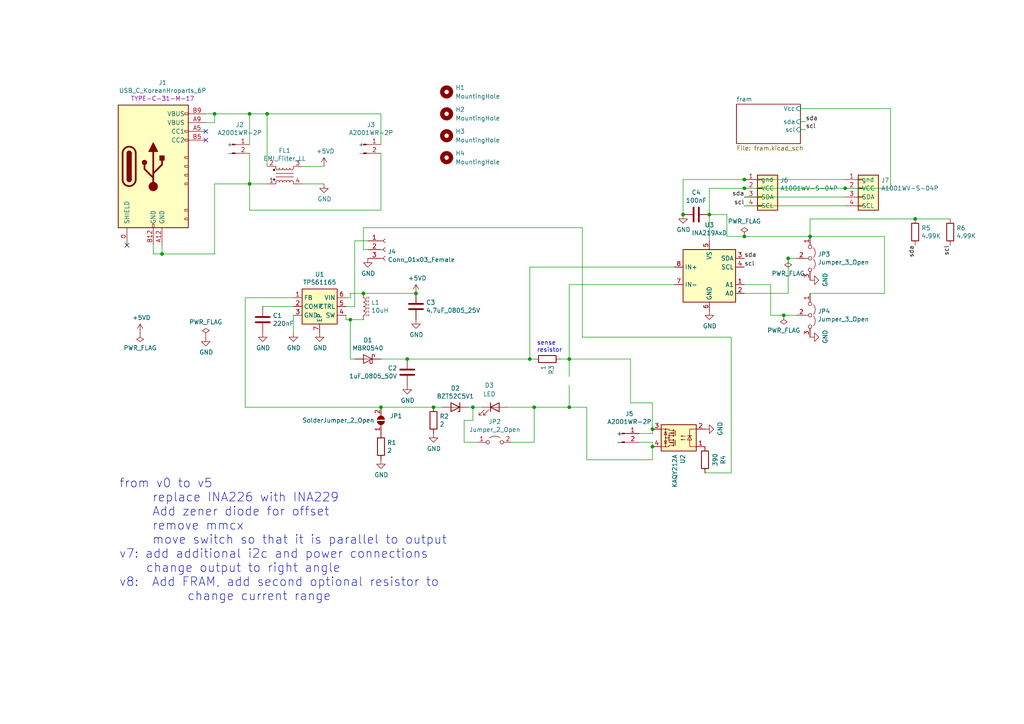
<source format=kicad_sch>
(kicad_sch (version 20211123) (generator eeschema)
  (paper "A4")
  (lib_symbols
    (symbol "0JLC-6:1" (pin_numbers hide) (pin_names (offset 0))
      (property "Reference" "R" (at 2.032 0 90))
      (property "Value" "1" (at 0 0 90))
      (symbol "1_0_1"
        (rectangle (start -1.016 -2.54) (end 1.016 2.54) (stroke (width 0.254)))
      )
      (symbol "1_1_1"
        (pin passive line (at 0 3.81 270) (length 1.27) (name "~") (number "1"))
        (pin passive line (at 0 -3.81 90) (length 1.27) (name "~") (number "2"))
      )
    )
    (symbol "0JLC-6:100nF" (pin_numbers hide) (pin_names (offset 0.254))
      (property "Reference" "C" (at 0.635 2.54 0))
      (property "Value" "100nF" (at 0.635 -2.54 0))
      (symbol "100nF_0_1"
        (polyline (pts (xy -2.032 -0.762) (xy 2.032 -0.762)) (stroke (width 0.508)))
        (polyline (pts (xy -2.032 0.762) (xy 2.032 0.762)) (stroke (width 0.508)))
      )
      (symbol "100nF_1_1"
        (pin passive line (at 0 3.81 270) (length 2.794) (name "~") (number "1"))
        (pin passive line (at 0 -3.81 90) (length 2.794) (name "~") (number "2"))
      )
    )
    (symbol "0JLC-6:10uH_power" (pin_numbers hide) (pin_names (offset 1.016) hide)
      (property "Reference" "L" (at -1.27 0 90))
      (property "Value" "10uH_power" (at 2.794 0 90))
      (symbol "10uH_power_0_1"
        (arc (start 0 -2.54) (mid 0.635 -1.905) (end 0 -1.27))
        (arc (start 0 -1.27) (mid 0.635 -0.635) (end 0 0))
        (polyline (pts (xy 1.016 -2.794) (xy 1.016 -2.286)))
        (polyline (pts (xy 1.016 -1.778) (xy 1.016 -1.27)))
        (polyline (pts (xy 1.016 -0.762) (xy 1.016 -0.254)))
        (polyline (pts (xy 1.016 0.254) (xy 1.016 0.762)))
        (polyline (pts (xy 1.016 1.27) (xy 1.016 1.778)))
        (polyline (pts (xy 1.016 2.286) (xy 1.016 2.794)))
        (polyline (pts (xy 1.524 -2.286) (xy 1.524 -2.794)))
        (polyline (pts (xy 1.524 -1.27) (xy 1.524 -1.778)))
        (polyline (pts (xy 1.524 -0.254) (xy 1.524 -0.762)))
        (polyline (pts (xy 1.524 0.762) (xy 1.524 0.254)))
        (polyline (pts (xy 1.524 1.778) (xy 1.524 1.27)))
        (polyline (pts (xy 1.524 2.794) (xy 1.524 2.286)))
        (arc (start 0 0) (mid 0.635 0.635) (end 0 1.27))
        (arc (start 0 1.27) (mid 0.635 1.905) (end 0 2.54))
      )
      (symbol "10uH_power_1_1"
        (pin passive line (at 0 3.81 270) (length 1.27) (name "1") (number "1"))
        (pin passive line (at 0 -3.81 90) (length 1.27) (name "2") (number "2"))
      )
    )
    (symbol "0JLC-6:1uF_0805_50V" (pin_numbers hide) (pin_names (offset 0.254))
      (property "Reference" "C" (at 0.635 2.54 0))
      (property "Value" "1uF_0805_50V" (at 0.635 -2.54 0))
      (symbol "1uF_0805_50V_0_1"
        (polyline (pts (xy -2.032 -0.762) (xy 2.032 -0.762)) (stroke (width 0.508)))
        (polyline (pts (xy -2.032 0.762) (xy 2.032 0.762)) (stroke (width 0.508)))
      )
      (symbol "1uF_0805_50V_1_1"
        (pin passive line (at 0 3.81 270) (length 2.794) (name "~") (number "1"))
        (pin passive line (at 0 -3.81 90) (length 2.794) (name "~") (number "2"))
      )
    )
    (symbol "0JLC-6:220nF" (pin_numbers hide) (pin_names (offset 0.254))
      (property "Reference" "C" (at 0.635 2.54 0))
      (property "Value" "220nF" (at 0.635 -2.54 0))
      (symbol "220nF_0_1"
        (polyline (pts (xy -2.032 -0.762) (xy 2.032 -0.762)) (stroke (width 0.508)))
        (polyline (pts (xy -2.032 0.762) (xy 2.032 0.762)) (stroke (width 0.508)))
      )
      (symbol "220nF_1_1"
        (pin passive line (at 0 3.81 270) (length 2.794) (name "~") (number "1"))
        (pin passive line (at 0 -3.81 90) (length 2.794) (name "~") (number "2"))
      )
    )
    (symbol "0JLC-6:390" (pin_numbers hide) (pin_names (offset 0))
      (property "Reference" "R" (at 2.032 0 90))
      (property "Value" "390" (at 0 0 90))
      (symbol "390_0_1"
        (rectangle (start -1.016 -2.54) (end 1.016 2.54) (stroke (width 0.254)))
      )
      (symbol "390_1_1"
        (pin passive line (at 0 3.81 270) (length 1.27) (name "~") (number "1"))
        (pin passive line (at 0 -3.81 90) (length 1.27) (name "~") (number "2"))
      )
    )
    (symbol "0JLC-6:4.7uF_0805_25V" (pin_numbers hide) (pin_names (offset 0.254))
      (property "Reference" "C" (at 0.635 2.54 0))
      (property "Value" "4.7uF_0805_25V" (at 0.635 -2.54 0))
      (symbol "4.7uF_0805_25V_0_1"
        (polyline (pts (xy -2.032 -0.762) (xy 2.032 -0.762)) (stroke (width 0.508)))
        (polyline (pts (xy -2.032 0.762) (xy 2.032 0.762)) (stroke (width 0.508)))
      )
      (symbol "4.7uF_0805_25V_1_1"
        (pin passive line (at 0 3.81 270) (length 2.794) (name "~") (number "1"))
        (pin passive line (at 0 -3.81 90) (length 2.794) (name "~") (number "2"))
      )
    )
    (symbol "0JLC-6:4.99K" (pin_numbers hide) (pin_names (offset 0))
      (property "Reference" "R" (at 2.032 0 90))
      (property "Value" "4.99K" (at 0 0 90))
      (symbol "4.99K_0_1"
        (rectangle (start -1.016 -2.54) (end 1.016 2.54) (stroke (width 0.254)))
      )
      (symbol "4.99K_1_1"
        (pin passive line (at 0 3.81 270) (length 1.27) (name "~") (number "1"))
        (pin passive line (at 0 -3.81 90) (length 1.27) (name "~") (number "2"))
      )
    )
    (symbol "0JLC-6:EMI_Filter_LL_1423_250uH" (pin_names hide)
      (property "Reference" "FL" (at 0 4.445 0))
      (property "Value" "EMI_Filter_LL_1423_250uH" (at 0 -4.445 0))
      (property "LCSC" "C261394" (at 0 0 0))
      (property "Field5" "CYSTF0805TL-251Y" (at 0 0 0))
      (symbol "EMI_Filter_LL_1423_250uH_0_1"
        (circle (center -3.048 -1.27) (radius 0.254) (fill (type outline)))
        (circle (center -3.048 1.524) (radius 0.254) (fill (type outline)))
        (arc (start -2.54 2.032) (mid -2.032 1.524) (end -1.524 2.032))
        (arc (start -1.524 -2.032) (mid -2.032 -1.524) (end -2.54 -2.032))
        (arc (start -1.524 2.032) (mid -1.016 1.524) (end -0.508 2.032))
        (arc (start -0.508 -2.032) (mid -1.016 -1.524) (end -1.524 -2.032))
        (arc (start -0.508 2.032) (mid 0 1.524) (end 0.508 2.032))
        (polyline (pts (xy -2.54 -2.032) (xy -2.54 -2.54)))
        (polyline (pts (xy -2.54 0.508) (xy 2.54 0.508)))
        (polyline (pts (xy -2.54 2.032) (xy -2.54 2.54)))
        (polyline (pts (xy 2.54 -2.032) (xy 2.54 -2.54)))
        (polyline (pts (xy 2.54 -0.508) (xy -2.54 -0.508)))
        (polyline (pts (xy 2.54 2.54) (xy 2.54 2.032)))
        (arc (start 0.508 -2.032) (mid 0 -1.524) (end -0.508 -2.032))
        (arc (start 0.508 2.032) (mid 1.016 1.524) (end 1.524 2.032))
        (arc (start 1.524 -2.032) (mid 1.016 -1.524) (end 0.508 -2.032))
        (arc (start 1.524 2.032) (mid 2.032 1.524) (end 2.54 2.032))
        (arc (start 2.54 -2.032) (mid 2.032 -1.524) (end 1.524 -2.032))
      )
      (symbol "EMI_Filter_LL_1423_250uH_1_1"
        (pin passive line (at -5.08 -2.54 0) (length 2.54) (name "1") (number "1"))
        (pin passive line (at -5.08 2.54 0) (length 2.54) (name "2") (number "2"))
        (pin passive line (at 5.08 2.54 180) (length 2.54) (name "3") (number "3"))
        (pin passive line (at 5.08 -2.54 180) (length 2.54) (name "4") (number "4"))
      )
    )
    (symbol "0JLC-6:JST-B2B-PH" (pin_names (offset 1.016))
      (property "Reference" "J" (at 0 2.54 0))
      (property "Value" "JST-B2B-PH" (at 0 -5.08 0))
      (symbol "JST-B2B-PH_1_1"
        (polyline (pts (xy 1.27 -2.54) (xy 0.8636 -2.54)) (stroke (width 0.1524)))
        (polyline (pts (xy 1.27 0) (xy 0.8636 0)) (stroke (width 0.1524)))
        (rectangle (start 0.8636 -2.413) (end 0 -2.667) (stroke (width 0.1524)) (fill (type outline)))
        (rectangle (start 0.8636 0.127) (end 0 -0.127) (stroke (width 0.1524)) (fill (type outline)))
        (pin passive line (at 5.08 0 180) (length 3.81) (name "+") (number "1"))
        (pin passive line (at 5.08 -2.54 180) (length 3.81) (name "-") (number "2"))
      )
    )
    (symbol "0JLC-6:JST_SH_Conn_01x04_i2c_horizontal" (pin_names (offset 1.016))
      (property "Reference" "J" (at 0 5.08 0))
      (property "Value" "JST_SH_Conn_01x04_i2c_horizontal" (at 0 -7.62 0))
      (symbol "JST_SH_Conn_01x04_i2c_horizontal_1_1"
        (rectangle (start -1.27 -4.953) (end 0 -5.207) (stroke (width 0.1524)))
        (rectangle (start -1.27 -2.413) (end 0 -2.667) (stroke (width 0.1524)))
        (rectangle (start -1.27 0.127) (end 0 -0.127) (stroke (width 0.1524)))
        (rectangle (start -1.27 2.667) (end 0 2.413) (stroke (width 0.1524)))
        (rectangle (start -1.27 3.81) (end 4.572 -6.35) (stroke (width 0.254)) (fill (type background)))
        (pin passive line (at -5.08 2.54 0) (length 3.81) (name "gnd") (number "1"))
        (pin passive line (at -5.08 0 0) (length 3.81) (name "VCC") (number "2"))
        (pin passive line (at -5.08 -2.54 0) (length 3.81) (name "SDA") (number "3"))
        (pin passive line (at -5.08 -5.08 0) (length 3.81) (name "SCL") (number "4"))
      )
    )
    (symbol "0JLC-6:KAQY212A"
      (property "Reference" "U" (at -5.08 5.08 0))
      (property "Value" "KAQY212A" (at 0 5.08 0))
      (symbol "KAQY212A_0_1"
        (rectangle (start -5.08 3.81) (end 5.08 -3.81) (stroke (width 0.254)) (fill (type background)))
        (polyline (pts (xy -3.81 -0.635) (xy -2.54 -0.635)))
        (polyline (pts (xy 1.016 -0.635) (xy 1.016 -2.159)) (stroke (width 0.2032)))
        (polyline (pts (xy 1.016 2.159) (xy 1.016 0.635)) (stroke (width 0.2032)))
        (polyline (pts (xy 1.524 -0.508) (xy 1.524 -0.762)) (stroke (width 0.3556)))
        (polyline (pts (xy 2.794 0) (xy 3.81 0)))
        (polyline (pts (xy 3.429 -1.651) (xy 4.191 -1.651)))
        (polyline (pts (xy 3.429 1.651) (xy 4.191 1.651)))
        (polyline (pts (xy 3.81 -2.54) (xy 3.81 2.54)))
        (polyline (pts (xy 1.524 -2.032) (xy 1.524 -2.286) (xy 1.524 -2.286)) (stroke (width 0.3556)))
        (polyline (pts (xy 1.524 -1.27) (xy 1.524 -1.524) (xy 1.524 -1.524)) (stroke (width 0.3556)))
        (polyline (pts (xy 1.524 0.762) (xy 1.524 0.508) (xy 1.524 0.508)) (stroke (width 0.3556)))
        (polyline (pts (xy 1.524 1.524) (xy 1.524 1.27) (xy 1.524 1.27)) (stroke (width 0.3556)))
        (polyline (pts (xy 1.524 2.286) (xy 1.524 2.032) (xy 1.524 2.032)) (stroke (width 0.3556)))
        (polyline (pts (xy 1.651 -1.397) (xy 2.794 -1.397) (xy 2.794 -0.635)))
        (polyline (pts (xy 1.651 1.397) (xy 2.794 1.397) (xy 2.794 0.635)))
        (polyline (pts (xy -5.08 2.54) (xy -3.175 2.54) (xy -3.175 -2.54) (xy -5.08 -2.54)))
        (polyline (pts (xy -3.175 -0.635) (xy -3.81 0.635) (xy -2.54 0.635) (xy -3.175 -0.635)))
        (polyline (pts (xy 1.651 -2.159) (xy 2.794 -2.159) (xy 2.794 -2.54) (xy 5.08 -2.54)))
        (polyline (pts (xy 1.651 -0.635) (xy 2.794 -0.635) (xy 2.794 0.635) (xy 1.651 0.635)))
        (polyline (pts (xy 1.651 2.159) (xy 2.794 2.159) (xy 2.794 2.54) (xy 5.08 2.54)))
        (polyline (pts (xy 1.778 -1.397) (xy 2.286 -1.27) (xy 2.286 -1.524) (xy 1.778 -1.397)))
        (polyline (pts (xy 1.778 1.397) (xy 2.286 1.524) (xy 2.286 1.27) (xy 1.778 1.397)))
        (polyline (pts (xy 3.81 -1.651) (xy 3.429 -0.889) (xy 4.191 -0.889) (xy 3.81 -1.651)))
        (polyline (pts (xy 3.81 1.651) (xy 3.429 0.889) (xy 4.191 0.889) (xy 3.81 1.651)))
        (polyline (pts (xy -1.905 -0.508) (xy -0.635 -0.508) (xy -1.016 -0.635) (xy -1.016 -0.381) (xy -0.635 -0.508)))
        (polyline (pts (xy -1.905 0.508) (xy -0.635 0.508) (xy -1.016 0.381) (xy -1.016 0.635) (xy -0.635 0.508)))
        (circle (center 2.794 -0.635) (radius 0.127))
        (circle (center 2.794 0) (radius 0.127))
        (circle (center 2.794 0.635) (radius 0.127))
        (circle (center 3.81 -2.54) (radius 0.127))
        (circle (center 3.81 0) (radius 0.127))
        (circle (center 3.81 2.54) (radius 0.127))
      )
      (symbol "KAQY212A_1_1"
        (pin passive line (at -7.62 2.54 0) (length 2.54) (name "~") (number "1"))
        (pin passive line (at -7.62 -2.54 0) (length 2.54) (name "~") (number "2"))
        (pin passive line (at 7.62 -2.54 180) (length 2.54) (name "~") (number "3"))
        (pin passive line (at 7.62 2.54 180) (length 2.54) (name "~") (number "4"))
      )
    )
    (symbol "0JLC-6:MBR0540" (pin_numbers hide) (pin_names (offset 1.016) hide)
      (property "Reference" "D" (at 0 2.54 0))
      (property "Value" "MBR0540" (at 0 -2.54 0))
      (symbol "MBR0540_0_1"
        (polyline (pts (xy 1.27 0) (xy -1.27 0)))
        (polyline (pts (xy 1.27 1.27) (xy 1.27 -1.27) (xy -1.27 0) (xy 1.27 1.27)) (stroke (width 0.2032)))
        (polyline (pts (xy -1.905 0.635) (xy -1.905 1.27) (xy -1.27 1.27) (xy -1.27 -1.27) (xy -0.635 -1.27) (xy -0.635 -0.635)) (stroke (width 0.2032)))
      )
      (symbol "MBR0540_1_1"
        (pin passive line (at -3.81 0 0) (length 2.54) (name "K") (number "1"))
        (pin passive line (at 3.81 0 180) (length 2.54) (name "A") (number "2"))
      )
    )
    (symbol "0JLC-6:TPS61165_WSON"
      (property "Reference" "U" (at -5.08 6.35 0))
      (property "Value" "TPS61165_WSON" (at 0 6.35 0))
      (symbol "TPS61165_WSON_0_1"
        (rectangle (start -5.08 5.08) (end 5.08 -5.08) (stroke (width 0.254)) (fill (type background)))
      )
      (symbol "TPS61165_WSON_1_1"
        (pin bidirectional line (at -7.62 2.54 0) (length 2.54) (name "FB") (number "1"))
        (pin passive line (at -7.62 0 0) (length 2.54) (name "COMP") (number "2"))
        (pin power_in line (at -7.62 -2.54 0) (length 2.54) (name "GND") (number "3"))
        (pin bidirectional line (at 7.62 -2.54 180) (length 2.54) (name "SW") (number "4"))
        (pin input line (at 7.62 0 180) (length 2.54) (name "CTRL") (number "5"))
        (pin input line (at 7.62 2.54 180) (length 2.54) (name "VIN") (number "6"))
        (pin power_in line (at 0 -7.62 90) (length 2.54) (name "EP") (number "7"))
      )
    )
    (symbol "0JLC-6:USB_C_KoreanHroparts_6P" (pin_names (offset 1.016))
      (property "Reference" "J" (at -10.16 19.05 0))
      (property "Value" "USB_C_KoreanHroparts_6P" (at 19.05 19.05 0))
      (property "MPN" "TYPE-C-31-M-17" (at 0 0 0))
      (symbol "USB_C_KoreanHroparts_6P_0_0"
        (rectangle (start -0.254 -17.78) (end 0.254 -16.764))
        (rectangle (start 10.16 -14.986) (end 9.144 -15.494))
        (rectangle (start 10.16 -12.446) (end 9.144 -12.954))
        (rectangle (start 10.16 -4.826) (end 9.144 -5.334))
        (rectangle (start 10.16 -2.286) (end 9.144 -2.794))
        (rectangle (start 10.16 0.254) (end 9.144 -0.254))
        (rectangle (start 10.16 2.794) (end 9.144 2.286))
        (rectangle (start 10.16 7.874) (end 9.144 7.366))
        (rectangle (start 10.16 10.414) (end 9.144 9.906))
        (rectangle (start 10.16 15.494) (end 9.144 14.986))
      )
      (symbol "USB_C_KoreanHroparts_6P_0_1"
        (rectangle (start -10.16 17.78) (end 10.16 -17.78) (stroke (width 0.254)) (fill (type background)))
        (arc (start -8.89 -3.81) (mid -6.985 -5.715) (end -5.08 -3.81) (stroke (width 0.508)))
        (arc (start -7.62 -3.81) (mid -6.985 -4.445) (end -6.35 -3.81) (stroke (width 0.254)))
        (arc (start -7.62 -3.81) (mid -6.985 -4.445) (end -6.35 -3.81) (stroke (width 0.254)) (fill (type outline)))
        (rectangle (start -7.62 -3.81) (end -6.35 3.81) (stroke (width 0.254)) (fill (type outline)))
        (arc (start -6.35 3.81) (mid -6.985 4.445) (end -7.62 3.81) (stroke (width 0.254)))
        (arc (start -6.35 3.81) (mid -6.985 4.445) (end -7.62 3.81) (stroke (width 0.254)) (fill (type outline)))
        (arc (start -5.08 3.81) (mid -6.985 5.715) (end -8.89 3.81) (stroke (width 0.508)))
        (circle (center -2.54 1.143) (radius 0.635) (stroke (width 0.254)) (fill (type outline)))
        (circle (center 0 -5.842) (radius 1.27) (fill (type outline)))
        (polyline (pts (xy -8.89 -3.81) (xy -8.89 3.81)) (stroke (width 0.508)))
        (polyline (pts (xy -5.08 3.81) (xy -5.08 -3.81)) (stroke (width 0.508)))
        (polyline (pts (xy 0 -5.842) (xy 0 4.318)) (stroke (width 0.508)))
        (polyline (pts (xy 0 -3.302) (xy -2.54 -0.762) (xy -2.54 0.508)) (stroke (width 0.508)))
        (polyline (pts (xy 0 -2.032) (xy 2.54 0.508) (xy 2.54 1.778)) (stroke (width 0.508)))
        (polyline (pts (xy -1.27 4.318) (xy 0 6.858) (xy 1.27 4.318) (xy -1.27 4.318)) (stroke (width 0.254)) (fill (type outline)))
        (rectangle (start 1.905 1.778) (end 3.175 3.048) (stroke (width 0.254)) (fill (type outline)))
      )
      (symbol "USB_C_KoreanHroparts_6P_1_1"
        (pin passive line (at -7.62 -22.86 90) (length 5.08) (name "SHIELD") (number "0"))
        (pin passive line (at 2.54 -22.86 90) (length 5.08) (name "GND") (number "A12"))
        (pin bidirectional line (at 15.24 10.16 180) (length 5.08) (name "CC1") (number "A5"))
        (pin power_out line (at 15.24 12.7 180) (length 5.08) (name "VBUS") (number "A9"))
        (pin passive line (at 0 -22.86 90) (length 5.08) (name "GND") (number "B12"))
        (pin bidirectional line (at 15.24 7.62 180) (length 5.08) (name "CC2") (number "B5"))
        (pin power_out line (at 15.24 15.24 180) (length 5.08) (name "VBUS") (number "B9"))
      )
    )
    (symbol "Analog_ADC:INA219AxD"
      (property "Reference" "U" (at -6.35 8.89 0))
      (property "Value" "INA219AxD" (at 5.08 8.89 0))
      (symbol "INA219AxD_0_1"
        (rectangle (start -7.62 7.62) (end 7.62 -7.62) (stroke (width 0.254)) (fill (type background)))
      )
      (symbol "INA219AxD_1_1"
        (pin input line (at 10.16 -2.54 180) (length 2.54) (name "A1") (number "1"))
        (pin input line (at 10.16 -5.08 180) (length 2.54) (name "A0") (number "2"))
        (pin bidirectional line (at 10.16 5.08 180) (length 2.54) (name "SDA") (number "3"))
        (pin input line (at 10.16 2.54 180) (length 2.54) (name "SCL") (number "4"))
        (pin power_in line (at 0 10.16 270) (length 2.54) (name "VS") (number "5"))
        (pin power_in line (at 0 -10.16 90) (length 2.54) (name "GND") (number "6"))
        (pin input line (at -10.16 -2.54 0) (length 2.54) (name "IN-") (number "7"))
        (pin input line (at -10.16 2.54 0) (length 2.54) (name "IN+") (number "8"))
      )
    )
    (symbol "Connector:Conn_01x03_Female" (pin_names (offset 1.016) hide)
      (property "Reference" "J" (at 0 5.08 0))
      (property "Value" "Conn_01x03_Female" (at 0 -5.08 0))
      (symbol "Conn_01x03_Female_1_1"
        (arc (start 0 -2.032) (mid -0.508 -2.54) (end 0 -3.048) (stroke (width 0.1524)))
        (polyline (pts (xy -1.27 -2.54) (xy -0.508 -2.54)) (stroke (width 0.1524)))
        (polyline (pts (xy -1.27 0) (xy -0.508 0)) (stroke (width 0.1524)))
        (polyline (pts (xy -1.27 2.54) (xy -0.508 2.54)) (stroke (width 0.1524)))
        (arc (start 0 0.508) (mid -0.508 0) (end 0 -0.508) (stroke (width 0.1524)))
        (arc (start 0 3.048) (mid -0.508 2.54) (end 0 2.032) (stroke (width 0.1524)))
        (pin passive line (at -5.08 2.54 0) (length 3.81) (name "Pin_1") (number "1"))
        (pin passive line (at -5.08 0 0) (length 3.81) (name "Pin_2") (number "2"))
        (pin passive line (at -5.08 -2.54 0) (length 3.81) (name "Pin_3") (number "3"))
      )
    )
    (symbol "Device:LED" (pin_numbers hide) (pin_names (offset 1.016) hide)
      (property "Reference" "D" (at 0 2.54 0))
      (property "Value" "LED" (at 0 -2.54 0))
      (symbol "LED_0_1"
        (polyline (pts (xy -1.27 -1.27) (xy -1.27 1.27)) (stroke (width 0.254)))
        (polyline (pts (xy -1.27 0) (xy 1.27 0)))
        (polyline (pts (xy 1.27 -1.27) (xy 1.27 1.27) (xy -1.27 0) (xy 1.27 -1.27)) (stroke (width 0.254)))
        (polyline (pts (xy -3.048 -0.762) (xy -4.572 -2.286) (xy -3.81 -2.286) (xy -4.572 -2.286) (xy -4.572 -1.524)))
        (polyline (pts (xy -1.778 -0.762) (xy -3.302 -2.286) (xy -2.54 -2.286) (xy -3.302 -2.286) (xy -3.302 -1.524)))
      )
      (symbol "LED_1_1"
        (pin passive line (at -3.81 0 0) (length 2.54) (name "K") (number "1"))
        (pin passive line (at 3.81 0 180) (length 2.54) (name "A") (number "2"))
      )
    )
    (symbol "Diode:BZT52Bxx" (pin_numbers hide) (pin_names hide)
      (property "Reference" "D" (at 0 2.54 0))
      (property "Value" "BZT52Bxx" (at 0 -2.54 0))
      (symbol "BZT52Bxx_0_1"
        (polyline (pts (xy 1.27 0) (xy -1.27 0)))
        (polyline (pts (xy -1.27 -1.27) (xy -1.27 1.27) (xy -0.762 1.27)) (stroke (width 0.254)))
        (polyline (pts (xy 1.27 -1.27) (xy 1.27 1.27) (xy -1.27 0) (xy 1.27 -1.27)) (stroke (width 0.254)))
      )
      (symbol "BZT52Bxx_1_1"
        (pin passive line (at -3.81 0 0) (length 2.54) (name "K") (number "1"))
        (pin passive line (at 3.81 0 180) (length 2.54) (name "A") (number "2"))
      )
    )
    (symbol "Jumper:Jumper_2_Open" (pin_names (offset 0) hide)
      (property "Reference" "JP" (at 0 2.794 0))
      (property "Value" "Jumper_2_Open" (at 0 -2.286 0))
      (symbol "Jumper_2_Open_0_0"
        (circle (center -2.032 0) (radius 0.508))
        (circle (center 2.032 0) (radius 0.508))
      )
      (symbol "Jumper_2_Open_0_1"
        (arc (start 1.524 1.27) (mid 0 1.778) (end -1.524 1.27))
      )
      (symbol "Jumper_2_Open_1_1"
        (pin passive line (at -5.08 0 0) (length 2.54) (name "A") (number "1"))
        (pin passive line (at 5.08 0 180) (length 2.54) (name "B") (number "2"))
      )
    )
    (symbol "Jumper:Jumper_3_Open" (pin_names (offset 0) hide)
      (property "Reference" "JP" (at -2.54 -2.54 0))
      (property "Value" "Jumper_3_Open" (at 0 2.794 0))
      (symbol "Jumper_3_Open_0_0"
        (circle (center -3.302 0) (radius 0.508))
        (circle (center 0 0) (radius 0.508))
        (circle (center 3.302 0) (radius 0.508))
      )
      (symbol "Jumper_3_Open_0_1"
        (arc (start -0.254 1.016) (mid -1.651 1.4992) (end -3.048 1.016))
        (polyline (pts (xy 0 -0.508) (xy 0 -1.27)))
        (arc (start 3.048 1.016) (mid 1.651 1.4992) (end 0.254 1.016))
      )
      (symbol "Jumper_3_Open_1_1"
        (pin passive line (at -6.35 0 0) (length 2.54) (name "A") (number "1"))
        (pin passive line (at 0 -3.81 90) (length 2.54) (name "C") (number "2"))
        (pin passive line (at 6.35 0 180) (length 2.54) (name "B") (number "3"))
      )
    )
    (symbol "Jumper:SolderJumper_2_Open" (pin_names (offset 0) hide)
      (property "Reference" "JP" (at 0 2.032 0))
      (property "Value" "SolderJumper_2_Open" (at 0 -2.54 0))
      (symbol "SolderJumper_2_Open_0_1"
        (arc (start -0.254 1.016) (mid -1.27 0) (end -0.254 -1.016))
        (arc (start -0.254 1.016) (mid -1.27 0) (end -0.254 -1.016) (fill (type outline)))
        (polyline (pts (xy -0.254 1.016) (xy -0.254 -1.016)))
        (polyline (pts (xy 0.254 1.016) (xy 0.254 -1.016)))
        (arc (start 0.254 -1.016) (mid 1.27 0) (end 0.254 1.016))
        (arc (start 0.254 -1.016) (mid 1.27 0) (end 0.254 1.016) (fill (type outline)))
      )
      (symbol "SolderJumper_2_Open_1_1"
        (pin passive line (at -3.81 0 0) (length 2.54) (name "A") (number "1"))
        (pin passive line (at 3.81 0 180) (length 2.54) (name "B") (number "2"))
      )
    )
    (symbol "Mechanical:MountingHole" (pin_names (offset 1.016))
      (property "Reference" "H" (at 0 5.08 0))
      (property "Value" "MountingHole" (at 0 3.175 0))
      (symbol "MountingHole_0_1"
        (circle (center 0 0) (radius 1.27) (stroke (width 1.27)))
      )
    )
    (symbol "power:+5VD" (power) (pin_names (offset 0))
      (property "Value" "+5VD" (at 0 3.556 0))
      (symbol "+5VD_0_1"
        (polyline (pts (xy -0.762 1.27) (xy 0 2.54)))
        (polyline (pts (xy 0 0) (xy 0 2.54)))
        (polyline (pts (xy 0 2.54) (xy 0.762 1.27)))
      )
      (symbol "+5VD_1_1"
        (pin power_in line (at 0 0 90) (length 0) hide (name "+5VD") (number "1"))
      )
    )
    (symbol "power:GND" (power) (pin_names (offset 0))
      (property "Value" "GND" (at 0 -3.81 0))
      (symbol "GND_0_1"
        (polyline (pts (xy 0 0) (xy 0 -1.27) (xy 1.27 -1.27) (xy 0 -2.54) (xy -1.27 -1.27) (xy 0 -1.27)))
      )
      (symbol "GND_1_1"
        (pin power_in line (at 0 0 270) (length 0) hide (name "GND") (number "1"))
      )
    )
    (symbol "power:PWR_FLAG" (power) (pin_numbers hide) (pin_names (offset 0) hide)
      (property "Value" "PWR_FLAG" (at 0 3.81 0))
      (symbol "PWR_FLAG_0_0"
        (pin power_out line (at 0 0 90) (length 0) (name "pwr") (number "1"))
      )
      (symbol "PWR_FLAG_0_1"
        (polyline (pts (xy 0 0) (xy 0 1.27) (xy -1.016 1.905) (xy 0 2.54) (xy 1.016 1.905) (xy 0 1.27)))
      )
    )
  )
  (junction (at 72.39 33.02))
  (junction (at 215.9 68.58))
  (junction (at 165.1 118.11))
  (junction (at 137.16 118.11))
  (junction (at 165.1 104.14))
  (junction (at 234.95 68.58))
  (junction (at 154.94 118.11))
  (junction (at 105.41 85.09))
  (junction (at 72.39 53.34))
  (junction (at 189.23 129.54))
  (junction (at 228.6 74.93))
  (junction (at 215.9 54.61))
  (junction (at 227.33 91.44))
  (junction (at 101.6 92.71))
  (junction (at 77.47 33.02))
  (junction (at 62.23 33.02))
  (junction (at 205.74 62.23))
  (junction (at 120.65 85.09))
  (junction (at 198.12 62.23))
  (junction (at 110.49 118.11))
  (junction (at 189.23 124.46))
  (junction (at 46.99 73.66))
  (junction (at 215.9 52.07))
  (junction (at 118.11 104.14))
  (junction (at 125.73 118.11))
  (junction (at 245.11 54.61))
  (junction (at 153.67 104.14))
  (junction (at 265.43 63.5))
  (no_connect (at 59.69 38.1))
  (no_connect (at 36.83 71.12))
  (no_connect (at 59.69 40.64))
  (wire (pts (xy 223.52 91.44) (xy 223.52 82.55)))
  (wire (pts (xy 125.73 118.11) (xy 128.27 118.11)))
  (wire (pts (xy 153.67 77.47) (xy 153.67 104.14)))
  (wire (pts (xy 170.18 118.11) (xy 165.1 118.11)))
  (wire (pts (xy 182.88 116.84) (xy 182.88 104.14)))
  (wire (pts (xy 105.41 72.39) (xy 105.41 66.04)))
  (wire (pts (xy 162.56 104.14) (xy 165.1 104.14)))
  (wire (pts (xy 223.52 82.55) (xy 215.9 82.55)))
  (wire (pts (xy 165.1 111.76) (xy 165.1 118.11)))
  (wire (pts (xy 72.39 33.02) (xy 77.47 33.02)))
  (wire (pts (xy 100.33 91.44) (xy 100.33 92.71)))
  (wire (pts (xy 72.39 60.96) (xy 72.39 53.34)))
  (wire (pts (xy 110.49 44.45) (xy 110.49 60.96)))
  (wire (pts (xy 102.87 69.85) (xy 102.87 88.9)))
  (wire (pts (xy 101.6 86.36) (xy 101.6 85.09)))
  (wire (pts (xy 85.09 86.36) (xy 71.12 86.36)))
  (wire (pts (xy 215.9 54.61) (xy 245.11 54.61)))
  (wire (pts (xy 87.63 48.26) (xy 93.98 48.26)))
  (wire (pts (xy 215.9 59.69) (xy 245.11 59.69)))
  (wire (pts (xy 118.11 104.14) (xy 153.67 104.14)))
  (wire (pts (xy 77.47 33.02) (xy 77.47 48.26)))
  (wire (pts (xy 154.94 128.27) (xy 154.94 118.11)))
  (wire (pts (xy 148.59 128.27) (xy 154.94 128.27)))
  (wire (pts (xy 232.156 31.496) (xy 258.318 31.496)))
  (wire (pts (xy 100.33 86.36) (xy 101.6 86.36)))
  (wire (pts (xy 46.99 73.66) (xy 62.23 73.66)))
  (wire (pts (xy 165.1 109.22) (xy 165.1 104.14)))
  (wire (pts (xy 137.16 121.92) (xy 137.16 118.11)))
  (wire (pts (xy 135.89 118.11) (xy 137.16 118.11)))
  (wire (pts (xy 118.11 104.14) (xy 110.49 104.14)))
  (wire (pts (xy 62.23 33.02) (xy 72.39 33.02)))
  (wire (pts (xy 105.41 66.04) (xy 168.91 66.04)))
  (wire (pts (xy 168.91 97.79) (xy 168.91 66.04)))
  (wire (pts (xy 110.49 60.96) (xy 72.39 60.96)))
  (wire (pts (xy 110.49 33.02) (xy 77.47 33.02)))
  (wire (pts (xy 215.9 68.58) (xy 210.82 68.58)))
  (wire (pts (xy 62.23 35.56) (xy 62.23 33.02)))
  (wire (pts (xy 212.09 137.16) (xy 212.09 97.79)))
  (wire (pts (xy 198.12 52.07) (xy 215.9 52.07)))
  (wire (pts (xy 185.42 128.27) (xy 189.23 128.27)))
  (wire (pts (xy 215.9 52.07) (xy 245.11 52.07)))
  (wire (pts (xy 232.156 37.592) (xy 233.68 37.592)))
  (wire (pts (xy 228.6 74.93) (xy 231.14 74.93)))
  (wire (pts (xy 215.9 54.61) (xy 205.74 54.61)))
  (wire (pts (xy 153.67 104.14) (xy 154.94 104.14)))
  (wire (pts (xy 189.23 128.27) (xy 189.23 129.54)))
  (wire (pts (xy 102.87 69.85) (xy 106.68 69.85)))
  (wire (pts (xy 154.94 118.11) (xy 165.1 118.11)))
  (wire (pts (xy 228.6 85.09) (xy 215.9 85.09)))
  (wire (pts (xy 198.12 52.07) (xy 198.12 62.23)))
  (wire (pts (xy 71.12 118.11) (xy 110.49 118.11)))
  (wire (pts (xy 205.74 54.61) (xy 205.74 62.23)))
  (wire (pts (xy 87.63 53.34) (xy 93.98 53.34)))
  (wire (pts (xy 189.23 129.54) (xy 189.23 133.35)))
  (wire (pts (xy 138.43 128.27) (xy 134.62 128.27)))
  (wire (pts (xy 234.95 68.58) (xy 215.9 68.58)))
  (wire (pts (xy 106.68 72.39) (xy 105.41 72.39)))
  (wire (pts (xy 44.45 73.66) (xy 46.99 73.66)))
  (wire (pts (xy 227.33 91.44) (xy 223.52 91.44)))
  (wire (pts (xy 170.18 133.35) (xy 170.18 118.11)))
  (wire (pts (xy 153.67 77.47) (xy 195.58 77.47)))
  (wire (pts (xy 101.6 92.71) (xy 105.41 92.71)))
  (wire (pts (xy 85.09 91.44) (xy 85.09 96.52)))
  (wire (pts (xy 62.23 53.34) (xy 72.39 53.34)))
  (wire (pts (xy 210.82 62.23) (xy 205.74 62.23)))
  (wire (pts (xy 245.11 54.61) (xy 258.318 54.61)))
  (wire (pts (xy 185.42 125.73) (xy 189.23 125.73)))
  (wire (pts (xy 195.58 82.55) (xy 165.1 82.55)))
  (wire (pts (xy 232.156 35.306) (xy 233.68 35.306)))
  (wire (pts (xy 189.23 133.35) (xy 170.18 133.35)))
  (wire (pts (xy 227.33 91.44) (xy 231.14 91.44)))
  (wire (pts (xy 265.43 63.5) (xy 234.95 63.5)))
  (wire (pts (xy 72.39 41.91) (xy 72.39 33.02)))
  (wire (pts (xy 101.6 104.14) (xy 102.87 104.14)))
  (wire (pts (xy 275.59 63.5) (xy 265.43 63.5)))
  (wire (pts (xy 189.23 125.73) (xy 189.23 124.46)))
  (wire (pts (xy 228.6 74.93) (xy 228.6 85.09)))
  (wire (pts (xy 165.1 104.14) (xy 182.88 104.14)))
  (wire (pts (xy 101.6 92.71) (xy 101.6 104.14)))
  (wire (pts (xy 189.23 116.84) (xy 182.88 116.84)))
  (wire (pts (xy 134.62 128.27) (xy 134.62 121.92)))
  (wire (pts (xy 204.47 137.16) (xy 212.09 137.16)))
  (wire (pts (xy 85.09 88.9) (xy 76.2 88.9)))
  (wire (pts (xy 120.65 85.09) (xy 105.41 85.09)))
  (wire (pts (xy 210.82 68.58) (xy 210.82 62.23)))
  (wire (pts (xy 147.32 118.11) (xy 154.94 118.11)))
  (wire (pts (xy 101.6 85.09) (xy 105.41 85.09)))
  (wire (pts (xy 71.12 86.36) (xy 71.12 118.11)))
  (wire (pts (xy 137.16 118.11) (xy 139.7 118.11)))
  (wire (pts (xy 189.23 124.46) (xy 189.23 116.84)))
  (wire (pts (xy 110.49 118.11) (xy 125.73 118.11)))
  (wire (pts (xy 59.69 35.56) (xy 62.23 35.56)))
  (wire (pts (xy 205.74 62.23) (xy 205.74 69.85)))
  (wire (pts (xy 256.54 85.09) (xy 256.54 68.58)))
  (wire (pts (xy 62.23 73.66) (xy 62.23 53.34)))
  (wire (pts (xy 72.39 44.45) (xy 72.39 53.34)))
  (wire (pts (xy 72.39 53.34) (xy 77.47 53.34)))
  (wire (pts (xy 234.95 63.5) (xy 234.95 68.58)))
  (wire (pts (xy 165.1 82.55) (xy 165.1 104.14)))
  (wire (pts (xy 215.9 57.15) (xy 245.11 57.15)))
  (wire (pts (xy 59.69 33.02) (xy 62.23 33.02)))
  (wire (pts (xy 110.49 41.91) (xy 110.49 33.02)))
  (wire (pts (xy 256.54 68.58) (xy 234.95 68.58)))
  (wire (pts (xy 100.33 92.71) (xy 101.6 92.71)))
  (wire (pts (xy 134.62 121.92) (xy 137.16 121.92)))
  (wire (pts (xy 234.95 85.09) (xy 256.54 85.09)))
  (wire (pts (xy 46.99 73.66) (xy 46.99 71.12)))
  (wire (pts (xy 44.45 71.12) (xy 44.45 73.66)))
  (wire (pts (xy 100.33 88.9) (xy 102.87 88.9)))
  (wire (pts (xy 212.09 97.79) (xy 168.91 97.79)))
  (wire (pts (xy 258.318 31.496) (xy 258.318 54.61)))
  (text "from v0 to v5\n	replace INA226 with INA229\n	Add zener diode for offset\n	remove mmcx\n	move switch so that it is parallel to output\nv7: add additional i2c and power connections\n    change output to right angle\nv8:  Add FRAM, add second optional resistor to \n		change current range \n" (at 34.544 174.498 0) (effects (font (size 2.54 2.54)) (justify left bottom)))
  (text "sense\nresistor\n" (at 155.702 102.362 0) (effects (font (size 1.27 1.27)) (justify left bottom)))
  (label "scl" (at 233.68 37.592 0))
  (label "scl" (at 215.9 77.47 0))
  (label "scl" (at 275.59 71.12 270))
  (label "sda" (at 215.9 57.15 180))
  (label "sda" (at 233.68 35.306 0))
  (label "sda" (at 215.9 74.93 0))
  (label "scl" (at 215.9 59.69 180))
  (label "sda" (at 265.43 71.12 270))
  (symbol (lib_id "0JLC-6:TPS61165_WSON") (at 92.71 88.9 0) (unit 1)
    (property "Reference" "U1" (at 92.71 79.5782 0))
    (property "Value" "TPS61165" (at 92.71 81.8896 0))
    (property "Footprint" "Package_SON:WSON-6-1EP_2x2mm_P0.65mm_EP1x1.6mm" (effects hide))
    (property "Datasheet" "http://www.ti.com/lit/ds/symlink/tps61040.pdf" (effects hide))
    (property "LCSC" "C122568" (effects hide))
    (property "MPN" "TPS61165DRVR" (effects hide))
  )
  (symbol (lib_id "0JLC-6:10uH_power") (at 105.41 88.9 0) (unit 1)
    (property "Reference" "L1" (at 107.6452 87.7316 0) (effects (justify left)))
    (property "Value" "10uH" (at 107.6452 90.043 0) (effects (justify left)))
    (property "Footprint" "0my_footprints:IND-SMD_L4.7-W4.7" (effects hide))
    (property "LCSC" "C89448" (effects hide))
    (property "MPN" "VLCF5020T-100M1R1-1" (effects hide))
    (property "ALT" "C89448, VLCF5020T-100M1R1-1" (effects hide))
    (property "ORIG" "CDRH4D22HPNP-100MC: C212280" (effects hide))
  )
  (symbol (lib_id "0JLC-6:MBR0540") (at 106.68 104.14 0) (mirror y) (unit 1)
    (property "Reference" "D1" (at 106.68 98.6536 0))
    (property "Value" "MBR0540" (at 106.68 100.965 0))
    (property "Footprint" "Diode_SMD:D_SOD-123" (effects hide))
    (property "Datasheet" "www.st.com/resource/en/datasheet/bat48.pdf" (effects hide))
    (property "LCSC" "C21353" (effects hide))
    (property "MPN" "MBR0540T1G" (effects hide))
  )
  (symbol (lib_id "0JLC-6:1uF_0805_50V") (at 118.11 107.95 0) (mirror y) (unit 1)
    (property "Reference" "C2" (at 115.189 106.7816 0) (effects (justify left)))
    (property "Value" "1uF_0805_50V" (at 115.189 109.093 0) (effects (justify left)))
    (property "Footprint" "Capacitor_SMD:C_0805_2012Metric_Pad1.18x1.45mm_HandSolder" (effects hide))
    (property "LCSC" "C28323" (effects hide))
    (property "MPN" "CL21B105KBFNNNE" (effects hide))
  )
  (symbol (lib_id "0JLC-6:4.7uF_0805_25V") (at 120.65 88.9 0) (unit 1)
    (property "Reference" "C3" (at 123.571 87.7316 0) (effects (justify left)))
    (property "Value" "4.7uF_0805_25V" (at 123.571 90.043 0) (effects (justify left)))
    (property "Footprint" "Capacitor_SMD:C_0805_2012Metric_Pad1.18x1.45mm_HandSolder" (effects hide))
    (property "LCSC" "C354262" (effects hide))
    (property "MPN" "CC0805KKX7R8BB475" (effects hide))
  )
  (symbol (lib_id "0JLC-6:220nF") (at 76.2 92.71 0) (unit 1)
    (property "Reference" "C1" (at 79.121 91.5416 0) (effects (justify left)))
    (property "Value" "220nF" (at 79.121 93.853 0) (effects (justify left)))
    (property "Footprint" "Capacitor_SMD:C_0603_1608Metric_Pad1.08x0.95mm_HandSolder" (effects hide))
    (property "LCSC" "C21120" (effects hide))
    (property "MPN" "CL10B224KA8NNNC" (effects hide))
  )
  (symbol (lib_id "power:GND") (at 59.69 97.79 0) (unit 1)
    (property "Reference" "#PWR02" (effects hide))
    (property "Value" "GND" (at 59.817 102.1842 0))
  )
  (symbol (lib_id "power:PWR_FLAG") (at 59.69 97.79 0) (unit 1)
    (property "Reference" "#FLG02" (effects hide))
    (property "Value" "PWR_FLAG" (at 59.69 93.3958 0))
  )
  (symbol (lib_id "power:+5VD") (at 40.64 96.52 0) (unit 1)
    (property "Reference" "#PWR01" (effects hide))
    (property "Value" "+5VD" (at 41.021 92.1258 0))
  )
  (symbol (lib_id "power:PWR_FLAG") (at 40.64 96.52 180) (unit 1)
    (property "Reference" "#FLG01" (effects hide))
    (property "Value" "PWR_FLAG" (at 40.64 100.9142 0))
  )
  (symbol (lib_id "power:+5VD") (at 120.65 85.09 0) (unit 1)
    (property "Reference" "#PWR011" (effects hide))
    (property "Value" "+5VD" (at 121.031 80.6958 0))
  )
  (symbol (lib_id "power:GND") (at 120.65 92.71 0) (unit 1)
    (property "Reference" "#PWR012" (effects hide))
    (property "Value" "GND" (at 120.777 97.1042 0))
  )
  (symbol (lib_id "power:GND") (at 76.2 96.52 0) (unit 1)
    (property "Reference" "#PWR03" (effects hide))
    (property "Value" "GND" (at 76.327 100.9142 0))
  )
  (symbol (lib_id "power:GND") (at 92.71 96.52 0) (unit 1)
    (property "Reference" "#PWR05" (effects hide))
    (property "Value" "GND" (at 92.837 100.9142 0))
  )
  (symbol (lib_id "power:GND") (at 85.09 96.52 0) (unit 1)
    (property "Reference" "#PWR04" (effects hide))
    (property "Value" "GND" (at 85.217 100.9142 0))
  )
  (symbol (lib_id "power:GND") (at 118.11 111.76 0) (unit 1)
    (property "Reference" "#PWR010" (effects hide))
    (property "Value" "GND" (at 118.237 116.1542 0))
  )
  (symbol (lib_id "0JLC-6:1") (at 125.73 121.92 0) (unit 1)
    (property "Reference" "R2" (at 127.508 120.7516 0) (effects (justify left)))
    (property "Value" "2" (at 127.508 123.063 0) (effects (justify left)))
    (property "Footprint" "Resistor_SMD:R_0603_1608Metric_Pad0.98x0.95mm_HandSolder" (effects hide))
    (property "LCSC" "C22977" (effects hide))
    (property "MPN" "0603WAF200KT5E" (effects hide))
  )
  (symbol (lib_id "power:GND") (at 125.73 125.73 0) (unit 1)
    (property "Reference" "#PWR013" (effects hide))
    (property "Value" "GND" (at 125.857 130.1242 0))
  )
  (symbol (lib_id "0JLC-6:USB_C_KoreanHroparts_6P") (at 44.45 48.26 0) (unit 1)
    (property "Reference" "J1" (at 47.1678 23.9522 0))
    (property "Value" "USB_C_KoreanHroparts_6P" (at 47.1678 26.2636 0))
    (property "Footprint" "0my_footprints6:USB-C-KoreanHroparts" (effects hide))
    (property "LCSC" "C283540" (effects hide))
    (property "MPN" "TYPE-C-31-M-17" (at 47.1678 28.575 0))
  )
  (symbol (lib_id "0JLC-6:EMI_Filter_LL_1423_250uH") (at 82.55 50.8 0) (unit 1)
    (property "Reference" "FL1" (at 82.55 43.6626 0))
    (property "Value" "EMI_Filter_LL" (at 82.55 45.974 0))
    (property "Footprint" "0my_footprints6:LL_FILTER-SMD_4P-L9.2-W6.0-TL" (effects hide))
    (property "Datasheet" "http://www.murata.com/~/media/webrenewal/support/library/catalog/products/emc/emifil/c30e.ashx?la=en-gb" (effects hide))
    (property "LCSC" "C261397" (effects hide))
    (property "MPN" "CYSCM0905RTL-501" (effects hide))
  )
  (symbol (lib_id "power:+5VD") (at 93.98 48.26 0) (unit 1)
    (property "Reference" "#PWR06" (effects hide))
    (property "Value" "+5VD" (at 94.361 43.8658 0))
  )
  (symbol (lib_id "power:GND") (at 93.98 53.34 0) (unit 1)
    (property "Reference" "#PWR07" (effects hide))
    (property "Value" "GND" (at 94.107 57.7342 0))
  )
  (symbol (lib_id "0JLC-6:JST-B2B-PH") (at 67.31 41.91 0) (unit 1)
    (property "Reference" "J2" (at 69.5198 36.195 0))
    (property "Value" "A2001WR-2P" (at 69.5198 38.5064 0))
    (property "Footprint" "Connector_JST:JST_PH_S2B-PH-K_1x02_P2.00mm_Horizontal" (effects hide))
  )
  (symbol (lib_id "0JLC-6:JST-B2B-PH") (at 180.34 125.73 0) (unit 1)
    (property "Reference" "J5" (at 182.5498 120.015 0))
    (property "Value" "A2001WR-2P" (at 182.5498 122.3264 0))
    (property "Footprint" "Connector_JST:JST_PH_S2B-PH-K_1x02_P2.00mm_Horizontal" (effects hide))
  )
  (symbol (lib_id "Connector:Conn_01x03_Female") (at 111.76 72.39 0) (unit 1)
    (property "Reference" "J4" (at 112.4712 72.9996 0) (effects (justify left)))
    (property "Value" "Conn_01x03_Female" (at 112.4712 75.311 0) (effects (justify left)))
    (property "Footprint" "Connector_PinSocket_2.54mm:PinSocket_1x03_P2.54mm_Horizontal" (effects hide))
    (property "LCSC" "C225511" (effects hide))
  )
  (symbol (lib_id "power:GND") (at 106.68 74.93 0) (unit 1)
    (property "Reference" "#PWR08" (effects hide))
    (property "Value" "GND" (at 106.807 79.3242 0))
  )
  (symbol (lib_id "0JLC-6:KAQY212A") (at 196.85 127 180) (unit 1)
    (property "Reference" "U2" (at 198.0184 131.7752 90) (effects (justify left)))
    (property "Value" "KAQY212A" (at 195.707 131.7752 90) (effects (justify left)))
    (property "Footprint" "0my_footprints:SMD-4_L4.6-W6.4-P2.54-LS10.0-BR" (effects hide))
    (property "Datasheet" "https://datasheet.lcsc.com/lcsc/1811151652_Cosmo-Electronics-KAQY212A_C194713.pdf" (effects hide))
    (property "LCSC" "C194713" (effects hide))
    (property "MPN" "KAQY212A" (effects hide))
  )
  (symbol (lib_id "0JLC-6:390") (at 204.47 133.35 180) (unit 1)
    (property "Reference" "R4" (at 209.7278 133.35 90))
    (property "Value" "390" (at 207.4164 133.35 90))
    (property "Footprint" "Resistor_SMD:R_0603_1608Metric_Pad0.98x0.95mm_HandSolder" (effects hide))
    (property "LCSC" "C23151" (effects hide))
    (property "MPN" "0603WAF3900T5E" (effects hide))
  )
  (symbol (lib_id "power:GND") (at 204.47 124.46 90) (unit 1)
    (property "Reference" "#PWR015" (effects hide))
    (property "Value" "GND" (at 208.8642 124.333 0))
  )
  (symbol (lib_id "0JLC-6:1") (at 158.75 104.14 270) (unit 1)
    (property "Reference" "R3" (at 159.9184 105.918 0) (effects (justify left)))
    (property "Value" "1" (at 157.607 105.918 0) (effects (justify left)))
    (property "Footprint" "Resistor_SMD:R_0603_1608Metric_Pad0.98x0.95mm_HandSolder" (effects hide))
    (property "LCSC" "C22936" (effects hide))
    (property "MPN" "0603WAF100KT5E" (effects hide))
  )
  (symbol (lib_id "power:GND") (at 205.74 90.17 0) (unit 1)
    (property "Reference" "#PWR016" (effects hide))
    (property "Value" "GND" (at 205.867 94.5642 0))
  )
  (symbol (lib_id "0JLC-6:JST_SH_Conn_01x04_i2c_horizontal") (at 220.98 54.61 0) (unit 1)
    (property "Reference" "J6" (at 226.314 52.2986 0) (effects (justify left)))
    (property "Value" "A1001WV-S-04P" (at 226.314 54.61 0) (effects (justify left)))
    (property "Footprint" "Connector_JST:JST_SH_BM04B-SRSS-TB_1x04-1MP_P1.00mm_Vertical" (effects hide))
    (property "LCSC" "C371588" (effects hide))
    (property "MPN" "A1001WR-S" (effects hide))
    (property "ALT" "C145961, C371588, A1001WV-S-04P, BM04B-SRSS-TB(LF)(SN):C160390" (effects hide))
  )
  (symbol (lib_id "Jumper:Jumper_3_Open") (at 234.95 74.93 270) (unit 1) (in_bom no)
    (property "Reference" "JP3" (at 237.1598 73.7616 90) (effects (justify left)))
    (property "Value" "Jumper_3_Open" (at 237.1598 76.073 90) (effects (justify left)))
    (property "Footprint" "Jumper:SolderJumper-3_P1.3mm_Open_Pad1.0x1.5mm" (effects hide))
  )
  (symbol (lib_id "Jumper:Jumper_3_Open") (at 234.95 91.44 270) (unit 1) (in_bom no)
    (property "Reference" "JP4" (at 237.1598 90.2716 90) (effects (justify left)))
    (property "Value" "Jumper_3_Open" (at 237.1598 92.583 90) (effects (justify left)))
    (property "Footprint" "Jumper:SolderJumper-3_P1.3mm_Open_Pad1.0x1.5mm" (effects hide))
  )
  (symbol (lib_id "0JLC-6:100nF") (at 201.93 62.23 270) (unit 1)
    (property "Reference" "C4" (at 201.93 55.8292 90))
    (property "Value" "100nF" (at 201.93 58.1406 90))
    (property "Footprint" "Capacitor_SMD:C_0603_1608Metric_Pad1.08x0.95mm_HandSolder" (effects hide))
    (property "LCSC" "C14663" (effects hide))
    (property "MPN" "CC0603KRX7R9BB104" (effects hide))
  )
  (symbol (lib_id "power:GND") (at 198.12 62.23 0) (unit 1)
    (property "Reference" "#PWR014" (effects hide))
    (property "Value" "GND" (at 198.247 66.6242 0))
  )
  (symbol (lib_id "power:GND") (at 234.95 81.28 90) (unit 1)
    (property "Reference" "#PWR017" (effects hide))
    (property "Value" "GND" (at 239.3442 81.153 0))
  )
  (symbol (lib_id "power:GND") (at 234.95 97.79 90) (unit 1)
    (property "Reference" "#PWR018" (effects hide))
    (property "Value" "GND" (at 239.3442 97.663 0))
  )
  (symbol (lib_id "0JLC-6:4.99K") (at 265.43 67.31 180) (unit 1)
    (property "Reference" "R5" (at 267.208 66.1416 0) (effects (justify right)))
    (property "Value" "4.99K" (at 267.208 68.453 0) (effects (justify right)))
    (property "Footprint" "Resistor_SMD:R_0603_1608Metric_Pad0.98x0.95mm_HandSolder" (effects hide))
    (property "LCSC" "C23046" (effects hide))
    (property "MPN" "0603WAF4991T5E" (effects hide))
  )
  (symbol (lib_id "0JLC-6:4.99K") (at 275.59 67.31 180) (unit 1)
    (property "Reference" "R6" (at 277.368 66.1416 0) (effects (justify right)))
    (property "Value" "4.99K" (at 277.368 68.453 0) (effects (justify right)))
    (property "Footprint" "Resistor_SMD:R_0603_1608Metric_Pad0.98x0.95mm_HandSolder" (effects hide))
    (property "LCSC" "C23046" (effects hide))
    (property "MPN" "0603WAF4991T5E" (effects hide))
  )
  (symbol (lib_id "power:PWR_FLAG") (at 215.9 68.58 0) (unit 1)
    (property "Reference" "#FLG03" (effects hide))
    (property "Value" "PWR_FLAG" (at 215.9 64.1858 0))
  )
  (symbol (lib_id "power:PWR_FLAG") (at 228.6 74.93 0) (mirror x) (unit 1)
    (property "Reference" "#FLG05" (effects hide))
    (property "Value" "PWR_FLAG" (at 228.6 79.3242 0))
  )
  (symbol (lib_id "power:PWR_FLAG") (at 227.33 91.44 180) (unit 1)
    (property "Reference" "#FLG04" (effects hide))
    (property "Value" "PWR_FLAG" (at 227.33 95.8342 0))
  )
  (symbol (lib_id "Analog_ADC:INA219AxD") (at 205.74 80.01 0) (unit 1)
    (property "Reference" "U3" (at 205.74 65.2526 0))
    (property "Value" "INA219AxD" (at 205.74 67.564 0))
    (property "Footprint" "Package_SO:SOIC-8_3.9x4.9mm_P1.27mm" (effects hide))
    (property "Datasheet" "http://www.ti.com/lit/ds/symlink/ina219.pdf" (effects hide))
    (property "LCSC" "C138706" (effects hide))
    (property "MPN" "INA219AIDR" (effects hide))
  )
  (symbol (lib_id "Diode:BZT52Bxx") (at 132.08 118.11 180) (unit 1)
    (property "Reference" "D2" (at 132.08 112.6236 0))
    (property "Value" "BZT52C5V1" (at 132.08 114.935 0))
    (property "Footprint" "Diode_SMD:D_SOD-123" (effects hide))
    (property "Datasheet" "https://diotec.com/tl_files/diotec/files/pdf/datasheets/bzt52b2v4.pdf" (effects hide))
    (property "LCSC" "C173407" (effects hide))
    (property "MPN" "BZT52C5V1" (effects hide))
  )
  (symbol (lib_id "Jumper:Jumper_2_Open") (at 143.51 128.27 0) (unit 1) (in_bom no)
    (property "Reference" "JP2" (at 143.51 122.301 0))
    (property "Value" "Jumper_2_Open" (at 143.51 124.6124 0))
    (property "Footprint" "Jumper:SolderJumper-2_P1.3mm_Open_RoundedPad1.0x1.5mm" (effects hide))
  )
  (symbol (lib_id "Mechanical:MountingHole") (at 129.54 45.72 0) (unit 1) (in_bom no)
    (property "Reference" "H4" (at 132.08 44.4499 0) (effects (justify left)))
    (property "Value" "MountingHole" (at 132.08 46.9899 0) (effects (justify left)))
    (property "Footprint" "MountingHole:MountingHole_3.2mm_M3_Pad_TopBottom" (effects hide))
  )
  (symbol (lib_id "0JLC-6:JST-B2B-PH") (at 105.41 41.91 0) (unit 1)
    (property "Reference" "J3" (at 107.6198 36.195 0))
    (property "Value" "A2001WR-2P" (at 107.6198 38.5064 0))
    (property "Footprint" "Connector_JST:JST_PH_S2B-PH-K_1x02_P2.00mm_Horizontal" (effects hide))
  )
  (symbol (lib_id "Jumper:SolderJumper_2_Open") (at 110.49 121.92 90) (unit 1)
    (property "Reference" "JP1" (at 113.03 120.6499 90) (effects (justify right)))
    (property "Value" "SolderJumper_2_Open" (at 87.63 121.92 90) (effects (justify right)))
    (property "Footprint" "Jumper:SolderJumper-2_P1.3mm_Open_RoundedPad1.0x1.5mm" (effects hide))
  )
  (symbol (lib_id "Mechanical:MountingHole") (at 129.54 26.67 0) (unit 1) (in_bom no)
    (property "Reference" "H1" (at 132.08 25.3999 0) (effects (justify left)))
    (property "Value" "MountingHole" (at 132.08 27.9399 0) (effects (justify left)))
    (property "Footprint" "MountingHole:MountingHole_3.2mm_M3_Pad_TopBottom" (effects hide))
  )
  (symbol (lib_id "Mechanical:MountingHole") (at 129.54 33.02 0) (unit 1) (in_bom no)
    (property "Reference" "H2" (at 132.08 31.7499 0) (effects (justify left)))
    (property "Value" "MountingHole" (at 132.08 34.2899 0) (effects (justify left)))
    (property "Footprint" "MountingHole:MountingHole_3.2mm_M3_Pad_TopBottom" (effects hide))
  )
  (symbol (lib_id "0JLC-6:1") (at 110.49 129.54 0) (unit 1)
    (property "Reference" "R1" (at 112.268 128.3716 0) (effects (justify left)))
    (property "Value" "2" (at 112.268 130.683 0) (effects (justify left)))
    (property "Footprint" "Resistor_SMD:R_0603_1608Metric_Pad0.98x0.95mm_HandSolder" (effects hide))
    (property "LCSC" "C22977" (effects hide))
    (property "MPN" "0603WAF200KT5E" (effects hide))
  )
  (symbol (lib_id "Device:LED") (at 143.51 118.11 0) (unit 1)
    (property "Reference" "D3" (at 141.9225 111.76 0))
    (property "Value" "LED" (at 141.9225 114.3 0))
    (property "Footprint" "0my_footprints6:LED-SMD_L3.0-W1.4-FD_RED" (effects hide))
    (property "LCSC" "C2843787" (effects hide))
  )
  (symbol (lib_id "Mechanical:MountingHole") (at 129.54 39.37 0) (unit 1) (in_bom no)
    (property "Reference" "H3" (at 132.08 38.0999 0) (effects (justify left)))
    (property "Value" "MountingHole" (at 132.08 40.6399 0) (effects (justify left)))
    (property "Footprint" "MountingHole:MountingHole_3.2mm_M3_Pad_TopBottom" (effects hide))
  )
  (symbol (lib_id "power:GND") (at 110.49 133.35 0) (unit 1)
    (property "Reference" "#PWR09" (effects hide))
    (property "Value" "GND" (at 110.617 137.7442 0))
  )
  (symbol (lib_id "0JLC-6:JST_SH_Conn_01x04_i2c_horizontal") (at 250.19 54.61 0) (unit 1)
    (property "Reference" "J7" (at 255.524 52.2986 0) (effects (justify left)))
    (property "Value" "A1001WV-S-04P" (at 255.524 54.61 0) (effects (justify left)))
    (property "Footprint" "Connector_JST:JST_SH_BM04B-SRSS-TB_1x04-1MP_P1.00mm_Vertical" (effects hide))
    (property "LCSC" "C371588" (effects hide))
    (property "MPN" "A1001WR-S" (effects hide))
    (property "ALT" "C145961, C371588, A1001WV-S-04P, BM04B-SRSS-TB(LF)(SN):C160390" (effects hide))
  )
  (sheet (at 213.614 30.226) (size 18.542 11.43) (stroke (width 0.1524))
    (property "Sheet name" "fram" (at 213.614 29.5144 0) (effects (justify left bottom)))
    (property "Sheet file" "fram.kicad_sch" (at 213.614 42.2406 0) (effects (justify left top)))
    (pin "scl" input (at 232.156 37.592 0))
    (pin "Vcc" input (at 232.156 31.496 0))
    (pin "sda" input (at 232.156 35.306 0))
  )
)
</source>
